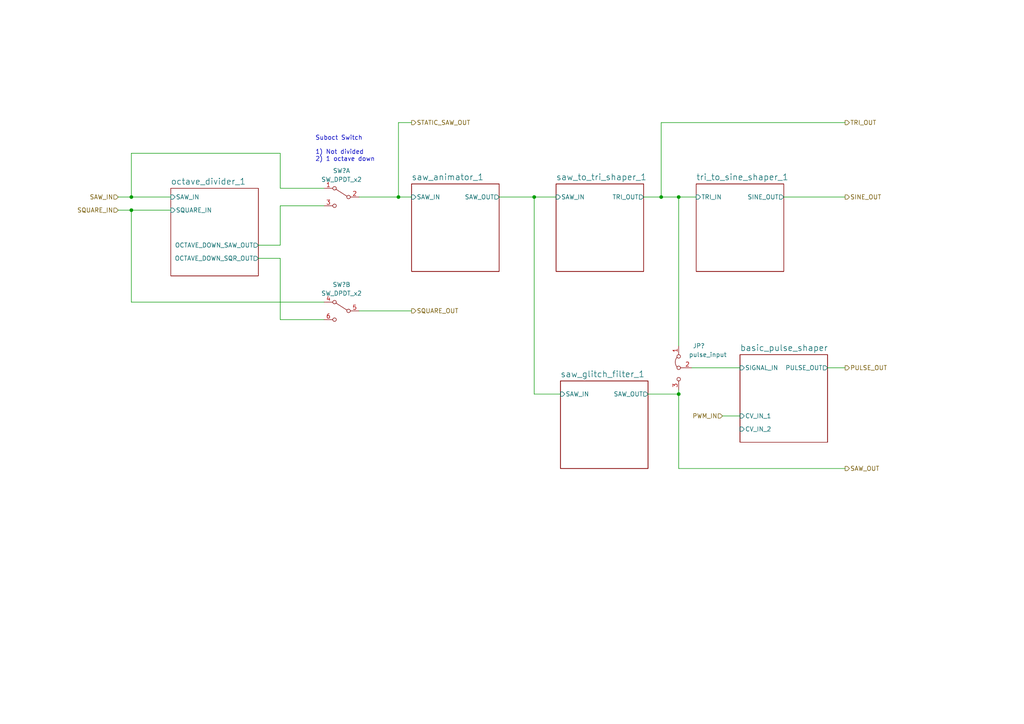
<source format=kicad_sch>
(kicad_sch (version 20211123) (generator eeschema)
  (paper "A4")
  (lib_symbols
    (symbol "Jumper:Jumper_3_Bridged12" (pin_names (offset 0) hide)
      (property "Reference" "JP" (at -2.54 -2.54 0))
      (property "Value" "Jumper_3_Bridged12" (at 0 2.794 0))
      (symbol "Jumper_3_Bridged12_0_0"
        (circle (center -3.302 0) (radius 0.508))
        (circle (center 0 0) (radius 0.508))
        (circle (center 3.302 0) (radius 0.508))
      )
      (symbol "Jumper_3_Bridged12_0_1"
        (arc (start -0.254 0.508) (mid -1.651 0.9912) (end -3.048 0.508))
        (polyline (pts (xy 0 -1.27) (xy 0 -0.508)))
      )
      (symbol "Jumper_3_Bridged12_1_1"
        (pin passive line (at -6.35 0 0) (length 2.54) (name "A") (number "1"))
        (pin passive line (at 0 -3.81 90) (length 2.54) (name "C") (number "2"))
        (pin passive line (at 6.35 0 180) (length 2.54) (name "B") (number "3"))
      )
    )
    (symbol "Switch:SW_DPDT_x2" (pin_names (offset 0) hide)
      (property "Reference" "SW" (at 0 4.318 0))
      (property "Value" "SW_DPDT_x2" (at 0 -5.08 0))
      (symbol "SW_DPDT_x2_0_0"
        (circle (center -2.032 0) (radius 0.508))
        (circle (center 2.032 -2.54) (radius 0.508))
      )
      (symbol "SW_DPDT_x2_0_1"
        (polyline (pts (xy -1.524 0.254) (xy 1.651 2.286)))
        (circle (center 2.032 2.54) (radius 0.508))
      )
      (symbol "SW_DPDT_x2_1_1"
        (pin passive line (at 5.08 2.54 180) (length 2.54) (name "A") (number "1"))
        (pin passive line (at -5.08 0 0) (length 2.54) (name "B") (number "2"))
        (pin passive line (at 5.08 -2.54 180) (length 2.54) (name "C") (number "3"))
      )
      (symbol "SW_DPDT_x2_2_1"
        (pin passive line (at 5.08 2.54 180) (length 2.54) (name "A") (number "4"))
        (pin passive line (at -5.08 0 0) (length 2.54) (name "B") (number "5"))
        (pin passive line (at 5.08 -2.54 180) (length 2.54) (name "C") (number "6"))
      )
    )
  )
  (junction (at 38.1 60.96))
  (junction (at 115.57 57.15))
  (junction (at 196.85 114.3))
  (junction (at 154.94 57.15))
  (junction (at 191.77 57.15))
  (junction (at 196.85 57.15))
  (junction (at 38.1 57.15))
  (wire (pts (xy 196.85 113.03) (xy 196.85 114.3)))
  (wire (pts (xy 196.85 135.89) (xy 245.11 135.89)))
  (wire (pts (xy 191.77 57.15) (xy 196.85 57.15)))
  (wire (pts (xy 38.1 57.15) (xy 49.53 57.15)))
  (wire (pts (xy 104.14 90.17) (xy 119.38 90.17)))
  (wire (pts (xy 196.85 57.15) (xy 201.93 57.15)))
  (wire (pts (xy 81.28 92.71) (xy 81.28 74.93)))
  (wire (pts (xy 74.93 71.12) (xy 81.28 71.12)))
  (wire (pts (xy 245.11 35.56) (xy 191.77 35.56)))
  (wire (pts (xy 154.94 57.15) (xy 161.29 57.15)))
  (wire (pts (xy 34.29 60.96) (xy 38.1 60.96)))
  (wire (pts (xy 240.03 106.68) (xy 245.11 106.68)))
  (wire (pts (xy 38.1 87.63) (xy 38.1 60.96)))
  (wire (pts (xy 115.57 57.15) (xy 119.38 57.15)))
  (wire (pts (xy 196.85 114.3) (xy 187.96 114.3)))
  (wire (pts (xy 93.98 87.63) (xy 38.1 87.63)))
  (wire (pts (xy 191.77 35.56) (xy 191.77 57.15)))
  (wire (pts (xy 227.33 57.15) (xy 245.11 57.15)))
  (wire (pts (xy 38.1 57.15) (xy 38.1 44.45)))
  (wire (pts (xy 104.14 57.15) (xy 115.57 57.15)))
  (wire (pts (xy 81.28 59.69) (xy 93.98 59.69)))
  (wire (pts (xy 200.66 106.68) (xy 214.63 106.68)))
  (wire (pts (xy 81.28 54.61) (xy 93.98 54.61)))
  (wire (pts (xy 74.93 74.93) (xy 81.28 74.93)))
  (wire (pts (xy 196.85 57.15) (xy 196.85 100.33)))
  (wire (pts (xy 34.29 57.15) (xy 38.1 57.15)))
  (wire (pts (xy 119.38 35.56) (xy 115.57 35.56)))
  (wire (pts (xy 154.94 114.3) (xy 154.94 57.15)))
  (wire (pts (xy 209.55 120.65) (xy 214.63 120.65)))
  (wire (pts (xy 38.1 60.96) (xy 49.53 60.96)))
  (wire (pts (xy 38.1 44.45) (xy 81.28 44.45)))
  (wire (pts (xy 196.85 135.89) (xy 196.85 114.3)))
  (wire (pts (xy 144.78 57.15) (xy 154.94 57.15)))
  (wire (pts (xy 93.98 92.71) (xy 81.28 92.71)))
  (wire (pts (xy 81.28 71.12) (xy 81.28 59.69)))
  (wire (pts (xy 81.28 44.45) (xy 81.28 54.61)))
  (wire (pts (xy 186.69 57.15) (xy 191.77 57.15)))
  (wire (pts (xy 162.56 114.3) (xy 154.94 114.3)))
  (wire (pts (xy 115.57 35.56) (xy 115.57 57.15)))
  (text "Suboct Switch\n\n1) Not divided\n2) 1 octave down" (at 91.44 46.99 0) (effects (font (size 1.27 1.27)) (justify left bottom)))
  (hierarchical_label "SAW_IN" (shape input) (at 34.29 57.15 180))
  (hierarchical_label "PULSE_OUT" (shape output) (at 245.11 106.68 0))
  (hierarchical_label "STATIC_SAW_OUT" (shape output) (at 119.38 35.56 0))
  (hierarchical_label "SINE_OUT" (shape output) (at 245.11 57.15 0))
  (hierarchical_label "TRI_OUT" (shape output) (at 245.11 35.56 0))
  (hierarchical_label "SAW_OUT" (shape output) (at 245.11 135.89 0))
  (hierarchical_label "PWM_IN" (shape input) (at 209.55 120.65 180))
  (hierarchical_label "SQUARE_OUT" (shape output) (at 119.38 90.17 0))
  (hierarchical_label "SQUARE_IN" (shape input) (at 34.29 60.96 180))
  (symbol (lib_id "Switch:SW_DPDT_x2") (at 99.06 90.17 0) (mirror y) (unit 2)
    (property "Reference" "SW?" (at 99.06 82.55 0))
    (property "Value" "SW_DPDT_x2" (at 99.06 85.09 0))
  )
  (symbol (lib_id "Switch:SW_DPDT_x2") (at 99.06 57.15 0) (mirror y) (unit 1)
    (property "Reference" "SW?" (at 99.06 49.53 0))
    (property "Value" "SW_DPDT_x2" (at 99.06 52.07 0))
  )
  (symbol (lib_id "Jumper:Jumper_3_Bridged12") (at 196.85 106.68 90) (mirror x) (unit 1)
    (property "Reference" "JP?" (at 204.47 100.33 90) (effects (justify left)))
    (property "Value" "pulse_input" (at 210.82 102.87 90) (effects (justify left)))
  )
  (sheet (at 201.93 53.34) (size 25.4 25.4) (stroke (width 0.1524))
    (property "Sheet name" "tri_to_sine_shaper_1" (at 201.93 52.3884 0) (effects (font (size 1.75 1.75)) (justify left bottom)))
    (property "Sheet file" "tri_to_sine_shaper.kicad_sch" (effects hide))
    (pin "TRI_IN" input (at 201.93 57.15 180))
    (pin "SINE_OUT" output (at 227.33 57.15 0))
  )
  (sheet (at 161.29 53.34) (size 25.4 25.4) (stroke (width 0.1524))
    (property "Sheet name" "saw_to_tri_shaper_1" (at 161.29 52.3884 0) (effects (font (size 1.75 1.75)) (justify left bottom)))
    (property "Sheet file" "saw_to_tri_shaper.kicad_sch" (effects hide))
    (pin "SAW_IN" input (at 161.29 57.15 180))
    (pin "TRI_OUT" output (at 186.69 57.15 0))
  )
  (sheet (at 49.53 54.61) (size 25.4 25.4) (stroke (width 0.1524))
    (property "Sheet name" "octave_divider_1" (at 49.53 53.6584 0) (effects (font (size 1.75 1.75)) (justify left bottom)))
    (property "Sheet file" "octave_divider.kicad_sch" (effects hide))
    (pin "OCTAVE_DOWN_SAW_OUT" output (at 74.93 71.12 0))
    (pin "OCTAVE_DOWN_SQR_OUT" output (at 74.93 74.93 0))
    (pin "SQUARE_IN" input (at 49.53 60.96 180))
    (pin "SAW_IN" input (at 49.53 57.15 180))
  )
  (sheet (at 162.56 110.49) (size 25.4 25.4) (stroke (width 0.1524))
    (property "Sheet name" "saw_glitch_filter_1" (at 162.56 109.5384 0) (effects (font (size 1.75 1.75)) (justify left bottom)))
    (property "Sheet file" "saw_glitch_filter.kicad_sch" (effects hide))
    (pin "SAW_IN" input (at 162.56 114.3 180))
    (pin "SAW_OUT" output (at 187.96 114.3 0))
  )
  (sheet (at 119.38 53.34) (size 25.4 25.4) (stroke (width 0.1524))
    (property "Sheet name" "saw_animator_1" (at 119.38 52.3884 0) (effects (font (size 1.75 1.75)) (justify left bottom)))
    (property "Sheet file" "saw_animator.kicad_sch" (effects hide))
    (pin "SAW_OUT" output (at 144.78 57.15 0))
    (pin "SAW_IN" input (at 119.38 57.15 180))
  )
  (sheet (at 214.63 102.87) (size 25.4 25.4) (stroke (width 0.1524))
    (property "Sheet name" "basic_pulse_shaper" (at 214.63 101.9184 0) (effects (font (size 1.75 1.75)) (justify left bottom)))
    (property "Sheet file" "basic_pulse_shaper.kicad_sch" (effects hide))
    (pin "PULSE_OUT" output (at 240.03 106.68 0))
    (pin "CV_IN_1" input (at 214.63 120.65 180))
    (pin "CV_IN_2" input (at 214.63 124.46 180))
    (pin "SIGNAL_IN" input (at 214.63 106.68 180))
  )
)
</source>
